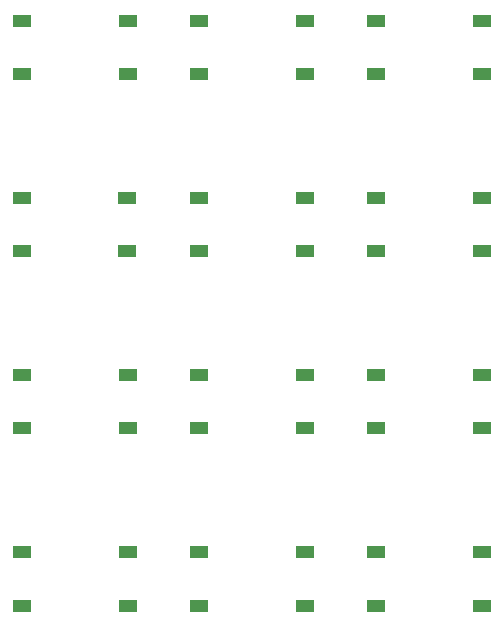
<source format=gbr>
G04 #@! TF.FileFunction,Paste,Top*
%FSLAX46Y46*%
G04 Gerber Fmt 4.6, Leading zero omitted, Abs format (unit mm)*
G04 Created by KiCad (PCBNEW 4.0.7-e2-6376~58~ubuntu16.04.1) date Mon Jan 29 21:07:09 2018*
%MOMM*%
%LPD*%
G01*
G04 APERTURE LIST*
%ADD10C,0.100000*%
%ADD11R,1.650000X1.100000*%
G04 APERTURE END LIST*
D10*
D11*
X75565000Y-114510000D03*
X75565000Y-110010000D03*
X84515000Y-110010000D03*
X84515000Y-114510000D03*
X90535000Y-114520000D03*
X90535000Y-110020000D03*
X99485000Y-110020000D03*
X99485000Y-114520000D03*
X105535000Y-114520000D03*
X105535000Y-110020000D03*
X114485000Y-110020000D03*
X114485000Y-114520000D03*
X75535000Y-129530000D03*
X75535000Y-125030000D03*
X84485000Y-125030000D03*
X84485000Y-129530000D03*
X90545000Y-129520000D03*
X90545000Y-125020000D03*
X99495000Y-125020000D03*
X99495000Y-129520000D03*
X105545000Y-129520000D03*
X105545000Y-125020000D03*
X114495000Y-125020000D03*
X114495000Y-129520000D03*
X75545000Y-144520000D03*
X75545000Y-140020000D03*
X84495000Y-140020000D03*
X84495000Y-144520000D03*
X90545000Y-144520000D03*
X90545000Y-140020000D03*
X99495000Y-140020000D03*
X99495000Y-144520000D03*
X105545000Y-144520000D03*
X105545000Y-140020000D03*
X114495000Y-140020000D03*
X114495000Y-144520000D03*
X75545000Y-159520000D03*
X75545000Y-155020000D03*
X84495000Y-155020000D03*
X84495000Y-159520000D03*
X90545000Y-159520000D03*
X90545000Y-155020000D03*
X99495000Y-155020000D03*
X99495000Y-159520000D03*
X105545000Y-159520000D03*
X105545000Y-155020000D03*
X114495000Y-155020000D03*
X114495000Y-159520000D03*
M02*

</source>
